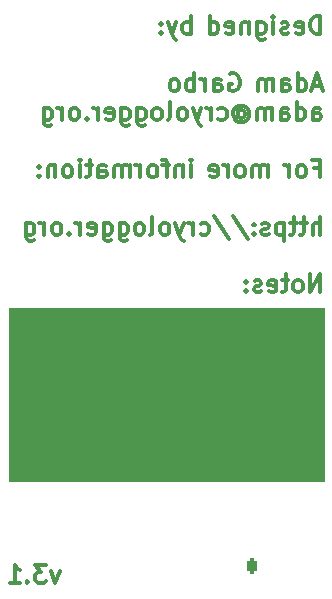
<source format=gbo>
G04 #@! TF.GenerationSoftware,KiCad,Pcbnew,(7.0.0-0)*
G04 #@! TF.CreationDate,2023-03-05T11:15:20-05:00*
G04 #@! TF.ProjectId,Cryologger ITB,4372796f-6c6f-4676-9765-72204954422e,rev?*
G04 #@! TF.SameCoordinates,Original*
G04 #@! TF.FileFunction,Legend,Bot*
G04 #@! TF.FilePolarity,Positive*
%FSLAX46Y46*%
G04 Gerber Fmt 4.6, Leading zero omitted, Abs format (unit mm)*
G04 Created by KiCad (PCBNEW (7.0.0-0)) date 2023-03-05 11:15:20*
%MOMM*%
%LPD*%
G01*
G04 APERTURE LIST*
G04 Aperture macros list*
%AMRoundRect*
0 Rectangle with rounded corners*
0 $1 Rounding radius*
0 $2 $3 $4 $5 $6 $7 $8 $9 X,Y pos of 4 corners*
0 Add a 4 corners polygon primitive as box body*
4,1,4,$2,$3,$4,$5,$6,$7,$8,$9,$2,$3,0*
0 Add four circle primitives for the rounded corners*
1,1,$1+$1,$2,$3*
1,1,$1+$1,$4,$5*
1,1,$1+$1,$6,$7*
1,1,$1+$1,$8,$9*
0 Add four rect primitives between the rounded corners*
20,1,$1+$1,$2,$3,$4,$5,0*
20,1,$1+$1,$4,$5,$6,$7,0*
20,1,$1+$1,$6,$7,$8,$9,0*
20,1,$1+$1,$8,$9,$2,$3,0*%
G04 Aperture macros list end*
%ADD10C,0.100000*%
%ADD11C,0.300000*%
%ADD12C,6.000000*%
%ADD13C,4.999990*%
%ADD14O,3.600000X2.080000*%
%ADD15RoundRect,0.249999X1.550001X-0.790001X1.550001X0.790001X-1.550001X0.790001X-1.550001X-0.790001X0*%
%ADD16C,1.524000*%
%ADD17C,1.778000*%
%ADD18C,3.810000*%
%ADD19C,1.600000*%
%ADD20O,1.600000X1.600000*%
%ADD21RoundRect,0.200000X-0.200000X-0.450000X0.200000X-0.450000X0.200000X0.450000X-0.200000X0.450000X0*%
%ADD22O,0.800000X1.300000*%
%ADD23C,2.540000*%
G04 APERTURE END LIST*
D10*
G36*
X118020000Y-111275000D02*
G01*
X91350000Y-111275000D01*
X91350000Y-96670000D01*
X118020000Y-96670000D01*
X118020000Y-111275000D01*
G37*
X118020000Y-111275000D02*
X91350000Y-111275000D01*
X91350000Y-96670000D01*
X118020000Y-96670000D01*
X118020000Y-111275000D01*
D11*
X95670714Y-118931071D02*
X95313571Y-119931071D01*
X95313571Y-119931071D02*
X94956428Y-118931071D01*
X94527857Y-118431071D02*
X93599285Y-118431071D01*
X93599285Y-118431071D02*
X94099285Y-119002500D01*
X94099285Y-119002500D02*
X93885000Y-119002500D01*
X93885000Y-119002500D02*
X93742143Y-119073928D01*
X93742143Y-119073928D02*
X93670714Y-119145357D01*
X93670714Y-119145357D02*
X93599285Y-119288214D01*
X93599285Y-119288214D02*
X93599285Y-119645357D01*
X93599285Y-119645357D02*
X93670714Y-119788214D01*
X93670714Y-119788214D02*
X93742143Y-119859642D01*
X93742143Y-119859642D02*
X93885000Y-119931071D01*
X93885000Y-119931071D02*
X94313571Y-119931071D01*
X94313571Y-119931071D02*
X94456428Y-119859642D01*
X94456428Y-119859642D02*
X94527857Y-119788214D01*
X92956429Y-119788214D02*
X92885000Y-119859642D01*
X92885000Y-119859642D02*
X92956429Y-119931071D01*
X92956429Y-119931071D02*
X93027857Y-119859642D01*
X93027857Y-119859642D02*
X92956429Y-119788214D01*
X92956429Y-119788214D02*
X92956429Y-119931071D01*
X91456428Y-119931071D02*
X92313571Y-119931071D01*
X91885000Y-119931071D02*
X91885000Y-118431071D01*
X91885000Y-118431071D02*
X92027857Y-118645357D01*
X92027857Y-118645357D02*
X92170714Y-118788214D01*
X92170714Y-118788214D02*
X92313571Y-118859642D01*
X117752857Y-73436071D02*
X117752857Y-71936071D01*
X117752857Y-71936071D02*
X117395714Y-71936071D01*
X117395714Y-71936071D02*
X117181428Y-72007500D01*
X117181428Y-72007500D02*
X117038571Y-72150357D01*
X117038571Y-72150357D02*
X116967142Y-72293214D01*
X116967142Y-72293214D02*
X116895714Y-72578928D01*
X116895714Y-72578928D02*
X116895714Y-72793214D01*
X116895714Y-72793214D02*
X116967142Y-73078928D01*
X116967142Y-73078928D02*
X117038571Y-73221785D01*
X117038571Y-73221785D02*
X117181428Y-73364642D01*
X117181428Y-73364642D02*
X117395714Y-73436071D01*
X117395714Y-73436071D02*
X117752857Y-73436071D01*
X115681428Y-73364642D02*
X115824285Y-73436071D01*
X115824285Y-73436071D02*
X116110000Y-73436071D01*
X116110000Y-73436071D02*
X116252857Y-73364642D01*
X116252857Y-73364642D02*
X116324285Y-73221785D01*
X116324285Y-73221785D02*
X116324285Y-72650357D01*
X116324285Y-72650357D02*
X116252857Y-72507500D01*
X116252857Y-72507500D02*
X116110000Y-72436071D01*
X116110000Y-72436071D02*
X115824285Y-72436071D01*
X115824285Y-72436071D02*
X115681428Y-72507500D01*
X115681428Y-72507500D02*
X115610000Y-72650357D01*
X115610000Y-72650357D02*
X115610000Y-72793214D01*
X115610000Y-72793214D02*
X116324285Y-72936071D01*
X115038571Y-73364642D02*
X114895714Y-73436071D01*
X114895714Y-73436071D02*
X114610000Y-73436071D01*
X114610000Y-73436071D02*
X114467143Y-73364642D01*
X114467143Y-73364642D02*
X114395714Y-73221785D01*
X114395714Y-73221785D02*
X114395714Y-73150357D01*
X114395714Y-73150357D02*
X114467143Y-73007500D01*
X114467143Y-73007500D02*
X114610000Y-72936071D01*
X114610000Y-72936071D02*
X114824286Y-72936071D01*
X114824286Y-72936071D02*
X114967143Y-72864642D01*
X114967143Y-72864642D02*
X115038571Y-72721785D01*
X115038571Y-72721785D02*
X115038571Y-72650357D01*
X115038571Y-72650357D02*
X114967143Y-72507500D01*
X114967143Y-72507500D02*
X114824286Y-72436071D01*
X114824286Y-72436071D02*
X114610000Y-72436071D01*
X114610000Y-72436071D02*
X114467143Y-72507500D01*
X113752857Y-73436071D02*
X113752857Y-72436071D01*
X113752857Y-71936071D02*
X113824285Y-72007500D01*
X113824285Y-72007500D02*
X113752857Y-72078928D01*
X113752857Y-72078928D02*
X113681428Y-72007500D01*
X113681428Y-72007500D02*
X113752857Y-71936071D01*
X113752857Y-71936071D02*
X113752857Y-72078928D01*
X112395714Y-72436071D02*
X112395714Y-73650357D01*
X112395714Y-73650357D02*
X112467142Y-73793214D01*
X112467142Y-73793214D02*
X112538571Y-73864642D01*
X112538571Y-73864642D02*
X112681428Y-73936071D01*
X112681428Y-73936071D02*
X112895714Y-73936071D01*
X112895714Y-73936071D02*
X113038571Y-73864642D01*
X112395714Y-73364642D02*
X112538571Y-73436071D01*
X112538571Y-73436071D02*
X112824285Y-73436071D01*
X112824285Y-73436071D02*
X112967142Y-73364642D01*
X112967142Y-73364642D02*
X113038571Y-73293214D01*
X113038571Y-73293214D02*
X113109999Y-73150357D01*
X113109999Y-73150357D02*
X113109999Y-72721785D01*
X113109999Y-72721785D02*
X113038571Y-72578928D01*
X113038571Y-72578928D02*
X112967142Y-72507500D01*
X112967142Y-72507500D02*
X112824285Y-72436071D01*
X112824285Y-72436071D02*
X112538571Y-72436071D01*
X112538571Y-72436071D02*
X112395714Y-72507500D01*
X111681428Y-72436071D02*
X111681428Y-73436071D01*
X111681428Y-72578928D02*
X111609999Y-72507500D01*
X111609999Y-72507500D02*
X111467142Y-72436071D01*
X111467142Y-72436071D02*
X111252856Y-72436071D01*
X111252856Y-72436071D02*
X111109999Y-72507500D01*
X111109999Y-72507500D02*
X111038571Y-72650357D01*
X111038571Y-72650357D02*
X111038571Y-73436071D01*
X109752856Y-73364642D02*
X109895713Y-73436071D01*
X109895713Y-73436071D02*
X110181428Y-73436071D01*
X110181428Y-73436071D02*
X110324285Y-73364642D01*
X110324285Y-73364642D02*
X110395713Y-73221785D01*
X110395713Y-73221785D02*
X110395713Y-72650357D01*
X110395713Y-72650357D02*
X110324285Y-72507500D01*
X110324285Y-72507500D02*
X110181428Y-72436071D01*
X110181428Y-72436071D02*
X109895713Y-72436071D01*
X109895713Y-72436071D02*
X109752856Y-72507500D01*
X109752856Y-72507500D02*
X109681428Y-72650357D01*
X109681428Y-72650357D02*
X109681428Y-72793214D01*
X109681428Y-72793214D02*
X110395713Y-72936071D01*
X108395714Y-73436071D02*
X108395714Y-71936071D01*
X108395714Y-73364642D02*
X108538571Y-73436071D01*
X108538571Y-73436071D02*
X108824285Y-73436071D01*
X108824285Y-73436071D02*
X108967142Y-73364642D01*
X108967142Y-73364642D02*
X109038571Y-73293214D01*
X109038571Y-73293214D02*
X109109999Y-73150357D01*
X109109999Y-73150357D02*
X109109999Y-72721785D01*
X109109999Y-72721785D02*
X109038571Y-72578928D01*
X109038571Y-72578928D02*
X108967142Y-72507500D01*
X108967142Y-72507500D02*
X108824285Y-72436071D01*
X108824285Y-72436071D02*
X108538571Y-72436071D01*
X108538571Y-72436071D02*
X108395714Y-72507500D01*
X106781428Y-73436071D02*
X106781428Y-71936071D01*
X106781428Y-72507500D02*
X106638571Y-72436071D01*
X106638571Y-72436071D02*
X106352856Y-72436071D01*
X106352856Y-72436071D02*
X106209999Y-72507500D01*
X106209999Y-72507500D02*
X106138571Y-72578928D01*
X106138571Y-72578928D02*
X106067142Y-72721785D01*
X106067142Y-72721785D02*
X106067142Y-73150357D01*
X106067142Y-73150357D02*
X106138571Y-73293214D01*
X106138571Y-73293214D02*
X106209999Y-73364642D01*
X106209999Y-73364642D02*
X106352856Y-73436071D01*
X106352856Y-73436071D02*
X106638571Y-73436071D01*
X106638571Y-73436071D02*
X106781428Y-73364642D01*
X105567142Y-72436071D02*
X105209999Y-73436071D01*
X104852856Y-72436071D02*
X105209999Y-73436071D01*
X105209999Y-73436071D02*
X105352856Y-73793214D01*
X105352856Y-73793214D02*
X105424285Y-73864642D01*
X105424285Y-73864642D02*
X105567142Y-73936071D01*
X104281428Y-73293214D02*
X104209999Y-73364642D01*
X104209999Y-73364642D02*
X104281428Y-73436071D01*
X104281428Y-73436071D02*
X104352856Y-73364642D01*
X104352856Y-73364642D02*
X104281428Y-73293214D01*
X104281428Y-73293214D02*
X104281428Y-73436071D01*
X104281428Y-72507500D02*
X104209999Y-72578928D01*
X104209999Y-72578928D02*
X104281428Y-72650357D01*
X104281428Y-72650357D02*
X104352856Y-72578928D01*
X104352856Y-72578928D02*
X104281428Y-72507500D01*
X104281428Y-72507500D02*
X104281428Y-72650357D01*
X117824285Y-77867500D02*
X117110000Y-77867500D01*
X117967142Y-78296071D02*
X117467142Y-76796071D01*
X117467142Y-76796071D02*
X116967142Y-78296071D01*
X115824286Y-78296071D02*
X115824286Y-76796071D01*
X115824286Y-78224642D02*
X115967143Y-78296071D01*
X115967143Y-78296071D02*
X116252857Y-78296071D01*
X116252857Y-78296071D02*
X116395714Y-78224642D01*
X116395714Y-78224642D02*
X116467143Y-78153214D01*
X116467143Y-78153214D02*
X116538571Y-78010357D01*
X116538571Y-78010357D02*
X116538571Y-77581785D01*
X116538571Y-77581785D02*
X116467143Y-77438928D01*
X116467143Y-77438928D02*
X116395714Y-77367500D01*
X116395714Y-77367500D02*
X116252857Y-77296071D01*
X116252857Y-77296071D02*
X115967143Y-77296071D01*
X115967143Y-77296071D02*
X115824286Y-77367500D01*
X114467143Y-78296071D02*
X114467143Y-77510357D01*
X114467143Y-77510357D02*
X114538571Y-77367500D01*
X114538571Y-77367500D02*
X114681428Y-77296071D01*
X114681428Y-77296071D02*
X114967143Y-77296071D01*
X114967143Y-77296071D02*
X115110000Y-77367500D01*
X114467143Y-78224642D02*
X114610000Y-78296071D01*
X114610000Y-78296071D02*
X114967143Y-78296071D01*
X114967143Y-78296071D02*
X115110000Y-78224642D01*
X115110000Y-78224642D02*
X115181428Y-78081785D01*
X115181428Y-78081785D02*
X115181428Y-77938928D01*
X115181428Y-77938928D02*
X115110000Y-77796071D01*
X115110000Y-77796071D02*
X114967143Y-77724642D01*
X114967143Y-77724642D02*
X114610000Y-77724642D01*
X114610000Y-77724642D02*
X114467143Y-77653214D01*
X113752857Y-78296071D02*
X113752857Y-77296071D01*
X113752857Y-77438928D02*
X113681428Y-77367500D01*
X113681428Y-77367500D02*
X113538571Y-77296071D01*
X113538571Y-77296071D02*
X113324285Y-77296071D01*
X113324285Y-77296071D02*
X113181428Y-77367500D01*
X113181428Y-77367500D02*
X113110000Y-77510357D01*
X113110000Y-77510357D02*
X113110000Y-78296071D01*
X113110000Y-77510357D02*
X113038571Y-77367500D01*
X113038571Y-77367500D02*
X112895714Y-77296071D01*
X112895714Y-77296071D02*
X112681428Y-77296071D01*
X112681428Y-77296071D02*
X112538571Y-77367500D01*
X112538571Y-77367500D02*
X112467142Y-77510357D01*
X112467142Y-77510357D02*
X112467142Y-78296071D01*
X110067142Y-76867500D02*
X110210000Y-76796071D01*
X110210000Y-76796071D02*
X110424285Y-76796071D01*
X110424285Y-76796071D02*
X110638571Y-76867500D01*
X110638571Y-76867500D02*
X110781428Y-77010357D01*
X110781428Y-77010357D02*
X110852857Y-77153214D01*
X110852857Y-77153214D02*
X110924285Y-77438928D01*
X110924285Y-77438928D02*
X110924285Y-77653214D01*
X110924285Y-77653214D02*
X110852857Y-77938928D01*
X110852857Y-77938928D02*
X110781428Y-78081785D01*
X110781428Y-78081785D02*
X110638571Y-78224642D01*
X110638571Y-78224642D02*
X110424285Y-78296071D01*
X110424285Y-78296071D02*
X110281428Y-78296071D01*
X110281428Y-78296071D02*
X110067142Y-78224642D01*
X110067142Y-78224642D02*
X109995714Y-78153214D01*
X109995714Y-78153214D02*
X109995714Y-77653214D01*
X109995714Y-77653214D02*
X110281428Y-77653214D01*
X108710000Y-78296071D02*
X108710000Y-77510357D01*
X108710000Y-77510357D02*
X108781428Y-77367500D01*
X108781428Y-77367500D02*
X108924285Y-77296071D01*
X108924285Y-77296071D02*
X109210000Y-77296071D01*
X109210000Y-77296071D02*
X109352857Y-77367500D01*
X108710000Y-78224642D02*
X108852857Y-78296071D01*
X108852857Y-78296071D02*
X109210000Y-78296071D01*
X109210000Y-78296071D02*
X109352857Y-78224642D01*
X109352857Y-78224642D02*
X109424285Y-78081785D01*
X109424285Y-78081785D02*
X109424285Y-77938928D01*
X109424285Y-77938928D02*
X109352857Y-77796071D01*
X109352857Y-77796071D02*
X109210000Y-77724642D01*
X109210000Y-77724642D02*
X108852857Y-77724642D01*
X108852857Y-77724642D02*
X108710000Y-77653214D01*
X107995714Y-78296071D02*
X107995714Y-77296071D01*
X107995714Y-77581785D02*
X107924285Y-77438928D01*
X107924285Y-77438928D02*
X107852857Y-77367500D01*
X107852857Y-77367500D02*
X107709999Y-77296071D01*
X107709999Y-77296071D02*
X107567142Y-77296071D01*
X107067143Y-78296071D02*
X107067143Y-76796071D01*
X107067143Y-77367500D02*
X106924286Y-77296071D01*
X106924286Y-77296071D02*
X106638571Y-77296071D01*
X106638571Y-77296071D02*
X106495714Y-77367500D01*
X106495714Y-77367500D02*
X106424286Y-77438928D01*
X106424286Y-77438928D02*
X106352857Y-77581785D01*
X106352857Y-77581785D02*
X106352857Y-78010357D01*
X106352857Y-78010357D02*
X106424286Y-78153214D01*
X106424286Y-78153214D02*
X106495714Y-78224642D01*
X106495714Y-78224642D02*
X106638571Y-78296071D01*
X106638571Y-78296071D02*
X106924286Y-78296071D01*
X106924286Y-78296071D02*
X107067143Y-78224642D01*
X105495714Y-78296071D02*
X105638571Y-78224642D01*
X105638571Y-78224642D02*
X105710000Y-78153214D01*
X105710000Y-78153214D02*
X105781428Y-78010357D01*
X105781428Y-78010357D02*
X105781428Y-77581785D01*
X105781428Y-77581785D02*
X105710000Y-77438928D01*
X105710000Y-77438928D02*
X105638571Y-77367500D01*
X105638571Y-77367500D02*
X105495714Y-77296071D01*
X105495714Y-77296071D02*
X105281428Y-77296071D01*
X105281428Y-77296071D02*
X105138571Y-77367500D01*
X105138571Y-77367500D02*
X105067143Y-77438928D01*
X105067143Y-77438928D02*
X104995714Y-77581785D01*
X104995714Y-77581785D02*
X104995714Y-78010357D01*
X104995714Y-78010357D02*
X105067143Y-78153214D01*
X105067143Y-78153214D02*
X105138571Y-78224642D01*
X105138571Y-78224642D02*
X105281428Y-78296071D01*
X105281428Y-78296071D02*
X105495714Y-78296071D01*
X117110000Y-80726071D02*
X117110000Y-79940357D01*
X117110000Y-79940357D02*
X117181428Y-79797500D01*
X117181428Y-79797500D02*
X117324285Y-79726071D01*
X117324285Y-79726071D02*
X117610000Y-79726071D01*
X117610000Y-79726071D02*
X117752857Y-79797500D01*
X117110000Y-80654642D02*
X117252857Y-80726071D01*
X117252857Y-80726071D02*
X117610000Y-80726071D01*
X117610000Y-80726071D02*
X117752857Y-80654642D01*
X117752857Y-80654642D02*
X117824285Y-80511785D01*
X117824285Y-80511785D02*
X117824285Y-80368928D01*
X117824285Y-80368928D02*
X117752857Y-80226071D01*
X117752857Y-80226071D02*
X117610000Y-80154642D01*
X117610000Y-80154642D02*
X117252857Y-80154642D01*
X117252857Y-80154642D02*
X117110000Y-80083214D01*
X115752857Y-80726071D02*
X115752857Y-79226071D01*
X115752857Y-80654642D02*
X115895714Y-80726071D01*
X115895714Y-80726071D02*
X116181428Y-80726071D01*
X116181428Y-80726071D02*
X116324285Y-80654642D01*
X116324285Y-80654642D02*
X116395714Y-80583214D01*
X116395714Y-80583214D02*
X116467142Y-80440357D01*
X116467142Y-80440357D02*
X116467142Y-80011785D01*
X116467142Y-80011785D02*
X116395714Y-79868928D01*
X116395714Y-79868928D02*
X116324285Y-79797500D01*
X116324285Y-79797500D02*
X116181428Y-79726071D01*
X116181428Y-79726071D02*
X115895714Y-79726071D01*
X115895714Y-79726071D02*
X115752857Y-79797500D01*
X114395714Y-80726071D02*
X114395714Y-79940357D01*
X114395714Y-79940357D02*
X114467142Y-79797500D01*
X114467142Y-79797500D02*
X114609999Y-79726071D01*
X114609999Y-79726071D02*
X114895714Y-79726071D01*
X114895714Y-79726071D02*
X115038571Y-79797500D01*
X114395714Y-80654642D02*
X114538571Y-80726071D01*
X114538571Y-80726071D02*
X114895714Y-80726071D01*
X114895714Y-80726071D02*
X115038571Y-80654642D01*
X115038571Y-80654642D02*
X115109999Y-80511785D01*
X115109999Y-80511785D02*
X115109999Y-80368928D01*
X115109999Y-80368928D02*
X115038571Y-80226071D01*
X115038571Y-80226071D02*
X114895714Y-80154642D01*
X114895714Y-80154642D02*
X114538571Y-80154642D01*
X114538571Y-80154642D02*
X114395714Y-80083214D01*
X113681428Y-80726071D02*
X113681428Y-79726071D01*
X113681428Y-79868928D02*
X113609999Y-79797500D01*
X113609999Y-79797500D02*
X113467142Y-79726071D01*
X113467142Y-79726071D02*
X113252856Y-79726071D01*
X113252856Y-79726071D02*
X113109999Y-79797500D01*
X113109999Y-79797500D02*
X113038571Y-79940357D01*
X113038571Y-79940357D02*
X113038571Y-80726071D01*
X113038571Y-79940357D02*
X112967142Y-79797500D01*
X112967142Y-79797500D02*
X112824285Y-79726071D01*
X112824285Y-79726071D02*
X112609999Y-79726071D01*
X112609999Y-79726071D02*
X112467142Y-79797500D01*
X112467142Y-79797500D02*
X112395713Y-79940357D01*
X112395713Y-79940357D02*
X112395713Y-80726071D01*
X110752856Y-80011785D02*
X110824285Y-79940357D01*
X110824285Y-79940357D02*
X110967142Y-79868928D01*
X110967142Y-79868928D02*
X111109999Y-79868928D01*
X111109999Y-79868928D02*
X111252856Y-79940357D01*
X111252856Y-79940357D02*
X111324285Y-80011785D01*
X111324285Y-80011785D02*
X111395713Y-80154642D01*
X111395713Y-80154642D02*
X111395713Y-80297500D01*
X111395713Y-80297500D02*
X111324285Y-80440357D01*
X111324285Y-80440357D02*
X111252856Y-80511785D01*
X111252856Y-80511785D02*
X111109999Y-80583214D01*
X111109999Y-80583214D02*
X110967142Y-80583214D01*
X110967142Y-80583214D02*
X110824285Y-80511785D01*
X110824285Y-80511785D02*
X110752856Y-80440357D01*
X110752856Y-79868928D02*
X110752856Y-80440357D01*
X110752856Y-80440357D02*
X110681428Y-80511785D01*
X110681428Y-80511785D02*
X110609999Y-80511785D01*
X110609999Y-80511785D02*
X110467142Y-80440357D01*
X110467142Y-80440357D02*
X110395713Y-80297500D01*
X110395713Y-80297500D02*
X110395713Y-79940357D01*
X110395713Y-79940357D02*
X110538571Y-79726071D01*
X110538571Y-79726071D02*
X110752856Y-79583214D01*
X110752856Y-79583214D02*
X111038571Y-79511785D01*
X111038571Y-79511785D02*
X111324285Y-79583214D01*
X111324285Y-79583214D02*
X111538571Y-79726071D01*
X111538571Y-79726071D02*
X111681428Y-79940357D01*
X111681428Y-79940357D02*
X111752856Y-80226071D01*
X111752856Y-80226071D02*
X111681428Y-80511785D01*
X111681428Y-80511785D02*
X111538571Y-80726071D01*
X111538571Y-80726071D02*
X111324285Y-80868928D01*
X111324285Y-80868928D02*
X111038571Y-80940357D01*
X111038571Y-80940357D02*
X110752856Y-80868928D01*
X110752856Y-80868928D02*
X110538571Y-80726071D01*
X109110000Y-80654642D02*
X109252857Y-80726071D01*
X109252857Y-80726071D02*
X109538571Y-80726071D01*
X109538571Y-80726071D02*
X109681428Y-80654642D01*
X109681428Y-80654642D02*
X109752857Y-80583214D01*
X109752857Y-80583214D02*
X109824285Y-80440357D01*
X109824285Y-80440357D02*
X109824285Y-80011785D01*
X109824285Y-80011785D02*
X109752857Y-79868928D01*
X109752857Y-79868928D02*
X109681428Y-79797500D01*
X109681428Y-79797500D02*
X109538571Y-79726071D01*
X109538571Y-79726071D02*
X109252857Y-79726071D01*
X109252857Y-79726071D02*
X109110000Y-79797500D01*
X108467143Y-80726071D02*
X108467143Y-79726071D01*
X108467143Y-80011785D02*
X108395714Y-79868928D01*
X108395714Y-79868928D02*
X108324286Y-79797500D01*
X108324286Y-79797500D02*
X108181428Y-79726071D01*
X108181428Y-79726071D02*
X108038571Y-79726071D01*
X107681429Y-79726071D02*
X107324286Y-80726071D01*
X106967143Y-79726071D02*
X107324286Y-80726071D01*
X107324286Y-80726071D02*
X107467143Y-81083214D01*
X107467143Y-81083214D02*
X107538572Y-81154642D01*
X107538572Y-81154642D02*
X107681429Y-81226071D01*
X106181429Y-80726071D02*
X106324286Y-80654642D01*
X106324286Y-80654642D02*
X106395715Y-80583214D01*
X106395715Y-80583214D02*
X106467143Y-80440357D01*
X106467143Y-80440357D02*
X106467143Y-80011785D01*
X106467143Y-80011785D02*
X106395715Y-79868928D01*
X106395715Y-79868928D02*
X106324286Y-79797500D01*
X106324286Y-79797500D02*
X106181429Y-79726071D01*
X106181429Y-79726071D02*
X105967143Y-79726071D01*
X105967143Y-79726071D02*
X105824286Y-79797500D01*
X105824286Y-79797500D02*
X105752858Y-79868928D01*
X105752858Y-79868928D02*
X105681429Y-80011785D01*
X105681429Y-80011785D02*
X105681429Y-80440357D01*
X105681429Y-80440357D02*
X105752858Y-80583214D01*
X105752858Y-80583214D02*
X105824286Y-80654642D01*
X105824286Y-80654642D02*
X105967143Y-80726071D01*
X105967143Y-80726071D02*
X106181429Y-80726071D01*
X104824286Y-80726071D02*
X104967143Y-80654642D01*
X104967143Y-80654642D02*
X105038572Y-80511785D01*
X105038572Y-80511785D02*
X105038572Y-79226071D01*
X104038572Y-80726071D02*
X104181429Y-80654642D01*
X104181429Y-80654642D02*
X104252858Y-80583214D01*
X104252858Y-80583214D02*
X104324286Y-80440357D01*
X104324286Y-80440357D02*
X104324286Y-80011785D01*
X104324286Y-80011785D02*
X104252858Y-79868928D01*
X104252858Y-79868928D02*
X104181429Y-79797500D01*
X104181429Y-79797500D02*
X104038572Y-79726071D01*
X104038572Y-79726071D02*
X103824286Y-79726071D01*
X103824286Y-79726071D02*
X103681429Y-79797500D01*
X103681429Y-79797500D02*
X103610001Y-79868928D01*
X103610001Y-79868928D02*
X103538572Y-80011785D01*
X103538572Y-80011785D02*
X103538572Y-80440357D01*
X103538572Y-80440357D02*
X103610001Y-80583214D01*
X103610001Y-80583214D02*
X103681429Y-80654642D01*
X103681429Y-80654642D02*
X103824286Y-80726071D01*
X103824286Y-80726071D02*
X104038572Y-80726071D01*
X102252858Y-79726071D02*
X102252858Y-80940357D01*
X102252858Y-80940357D02*
X102324286Y-81083214D01*
X102324286Y-81083214D02*
X102395715Y-81154642D01*
X102395715Y-81154642D02*
X102538572Y-81226071D01*
X102538572Y-81226071D02*
X102752858Y-81226071D01*
X102752858Y-81226071D02*
X102895715Y-81154642D01*
X102252858Y-80654642D02*
X102395715Y-80726071D01*
X102395715Y-80726071D02*
X102681429Y-80726071D01*
X102681429Y-80726071D02*
X102824286Y-80654642D01*
X102824286Y-80654642D02*
X102895715Y-80583214D01*
X102895715Y-80583214D02*
X102967143Y-80440357D01*
X102967143Y-80440357D02*
X102967143Y-80011785D01*
X102967143Y-80011785D02*
X102895715Y-79868928D01*
X102895715Y-79868928D02*
X102824286Y-79797500D01*
X102824286Y-79797500D02*
X102681429Y-79726071D01*
X102681429Y-79726071D02*
X102395715Y-79726071D01*
X102395715Y-79726071D02*
X102252858Y-79797500D01*
X100895715Y-79726071D02*
X100895715Y-80940357D01*
X100895715Y-80940357D02*
X100967143Y-81083214D01*
X100967143Y-81083214D02*
X101038572Y-81154642D01*
X101038572Y-81154642D02*
X101181429Y-81226071D01*
X101181429Y-81226071D02*
X101395715Y-81226071D01*
X101395715Y-81226071D02*
X101538572Y-81154642D01*
X100895715Y-80654642D02*
X101038572Y-80726071D01*
X101038572Y-80726071D02*
X101324286Y-80726071D01*
X101324286Y-80726071D02*
X101467143Y-80654642D01*
X101467143Y-80654642D02*
X101538572Y-80583214D01*
X101538572Y-80583214D02*
X101610000Y-80440357D01*
X101610000Y-80440357D02*
X101610000Y-80011785D01*
X101610000Y-80011785D02*
X101538572Y-79868928D01*
X101538572Y-79868928D02*
X101467143Y-79797500D01*
X101467143Y-79797500D02*
X101324286Y-79726071D01*
X101324286Y-79726071D02*
X101038572Y-79726071D01*
X101038572Y-79726071D02*
X100895715Y-79797500D01*
X99610000Y-80654642D02*
X99752857Y-80726071D01*
X99752857Y-80726071D02*
X100038572Y-80726071D01*
X100038572Y-80726071D02*
X100181429Y-80654642D01*
X100181429Y-80654642D02*
X100252857Y-80511785D01*
X100252857Y-80511785D02*
X100252857Y-79940357D01*
X100252857Y-79940357D02*
X100181429Y-79797500D01*
X100181429Y-79797500D02*
X100038572Y-79726071D01*
X100038572Y-79726071D02*
X99752857Y-79726071D01*
X99752857Y-79726071D02*
X99610000Y-79797500D01*
X99610000Y-79797500D02*
X99538572Y-79940357D01*
X99538572Y-79940357D02*
X99538572Y-80083214D01*
X99538572Y-80083214D02*
X100252857Y-80226071D01*
X98895715Y-80726071D02*
X98895715Y-79726071D01*
X98895715Y-80011785D02*
X98824286Y-79868928D01*
X98824286Y-79868928D02*
X98752858Y-79797500D01*
X98752858Y-79797500D02*
X98610000Y-79726071D01*
X98610000Y-79726071D02*
X98467143Y-79726071D01*
X97967144Y-80583214D02*
X97895715Y-80654642D01*
X97895715Y-80654642D02*
X97967144Y-80726071D01*
X97967144Y-80726071D02*
X98038572Y-80654642D01*
X98038572Y-80654642D02*
X97967144Y-80583214D01*
X97967144Y-80583214D02*
X97967144Y-80726071D01*
X97038572Y-80726071D02*
X97181429Y-80654642D01*
X97181429Y-80654642D02*
X97252858Y-80583214D01*
X97252858Y-80583214D02*
X97324286Y-80440357D01*
X97324286Y-80440357D02*
X97324286Y-80011785D01*
X97324286Y-80011785D02*
X97252858Y-79868928D01*
X97252858Y-79868928D02*
X97181429Y-79797500D01*
X97181429Y-79797500D02*
X97038572Y-79726071D01*
X97038572Y-79726071D02*
X96824286Y-79726071D01*
X96824286Y-79726071D02*
X96681429Y-79797500D01*
X96681429Y-79797500D02*
X96610001Y-79868928D01*
X96610001Y-79868928D02*
X96538572Y-80011785D01*
X96538572Y-80011785D02*
X96538572Y-80440357D01*
X96538572Y-80440357D02*
X96610001Y-80583214D01*
X96610001Y-80583214D02*
X96681429Y-80654642D01*
X96681429Y-80654642D02*
X96824286Y-80726071D01*
X96824286Y-80726071D02*
X97038572Y-80726071D01*
X95895715Y-80726071D02*
X95895715Y-79726071D01*
X95895715Y-80011785D02*
X95824286Y-79868928D01*
X95824286Y-79868928D02*
X95752858Y-79797500D01*
X95752858Y-79797500D02*
X95610000Y-79726071D01*
X95610000Y-79726071D02*
X95467143Y-79726071D01*
X94324287Y-79726071D02*
X94324287Y-80940357D01*
X94324287Y-80940357D02*
X94395715Y-81083214D01*
X94395715Y-81083214D02*
X94467144Y-81154642D01*
X94467144Y-81154642D02*
X94610001Y-81226071D01*
X94610001Y-81226071D02*
X94824287Y-81226071D01*
X94824287Y-81226071D02*
X94967144Y-81154642D01*
X94324287Y-80654642D02*
X94467144Y-80726071D01*
X94467144Y-80726071D02*
X94752858Y-80726071D01*
X94752858Y-80726071D02*
X94895715Y-80654642D01*
X94895715Y-80654642D02*
X94967144Y-80583214D01*
X94967144Y-80583214D02*
X95038572Y-80440357D01*
X95038572Y-80440357D02*
X95038572Y-80011785D01*
X95038572Y-80011785D02*
X94967144Y-79868928D01*
X94967144Y-79868928D02*
X94895715Y-79797500D01*
X94895715Y-79797500D02*
X94752858Y-79726071D01*
X94752858Y-79726071D02*
X94467144Y-79726071D01*
X94467144Y-79726071D02*
X94324287Y-79797500D01*
X117252857Y-84800357D02*
X117752857Y-84800357D01*
X117752857Y-85586071D02*
X117752857Y-84086071D01*
X117752857Y-84086071D02*
X117038571Y-84086071D01*
X116252857Y-85586071D02*
X116395714Y-85514642D01*
X116395714Y-85514642D02*
X116467143Y-85443214D01*
X116467143Y-85443214D02*
X116538571Y-85300357D01*
X116538571Y-85300357D02*
X116538571Y-84871785D01*
X116538571Y-84871785D02*
X116467143Y-84728928D01*
X116467143Y-84728928D02*
X116395714Y-84657500D01*
X116395714Y-84657500D02*
X116252857Y-84586071D01*
X116252857Y-84586071D02*
X116038571Y-84586071D01*
X116038571Y-84586071D02*
X115895714Y-84657500D01*
X115895714Y-84657500D02*
X115824286Y-84728928D01*
X115824286Y-84728928D02*
X115752857Y-84871785D01*
X115752857Y-84871785D02*
X115752857Y-85300357D01*
X115752857Y-85300357D02*
X115824286Y-85443214D01*
X115824286Y-85443214D02*
X115895714Y-85514642D01*
X115895714Y-85514642D02*
X116038571Y-85586071D01*
X116038571Y-85586071D02*
X116252857Y-85586071D01*
X115110000Y-85586071D02*
X115110000Y-84586071D01*
X115110000Y-84871785D02*
X115038571Y-84728928D01*
X115038571Y-84728928D02*
X114967143Y-84657500D01*
X114967143Y-84657500D02*
X114824285Y-84586071D01*
X114824285Y-84586071D02*
X114681428Y-84586071D01*
X113281429Y-85586071D02*
X113281429Y-84586071D01*
X113281429Y-84728928D02*
X113210000Y-84657500D01*
X113210000Y-84657500D02*
X113067143Y-84586071D01*
X113067143Y-84586071D02*
X112852857Y-84586071D01*
X112852857Y-84586071D02*
X112710000Y-84657500D01*
X112710000Y-84657500D02*
X112638572Y-84800357D01*
X112638572Y-84800357D02*
X112638572Y-85586071D01*
X112638572Y-84800357D02*
X112567143Y-84657500D01*
X112567143Y-84657500D02*
X112424286Y-84586071D01*
X112424286Y-84586071D02*
X112210000Y-84586071D01*
X112210000Y-84586071D02*
X112067143Y-84657500D01*
X112067143Y-84657500D02*
X111995714Y-84800357D01*
X111995714Y-84800357D02*
X111995714Y-85586071D01*
X111067143Y-85586071D02*
X111210000Y-85514642D01*
X111210000Y-85514642D02*
X111281429Y-85443214D01*
X111281429Y-85443214D02*
X111352857Y-85300357D01*
X111352857Y-85300357D02*
X111352857Y-84871785D01*
X111352857Y-84871785D02*
X111281429Y-84728928D01*
X111281429Y-84728928D02*
X111210000Y-84657500D01*
X111210000Y-84657500D02*
X111067143Y-84586071D01*
X111067143Y-84586071D02*
X110852857Y-84586071D01*
X110852857Y-84586071D02*
X110710000Y-84657500D01*
X110710000Y-84657500D02*
X110638572Y-84728928D01*
X110638572Y-84728928D02*
X110567143Y-84871785D01*
X110567143Y-84871785D02*
X110567143Y-85300357D01*
X110567143Y-85300357D02*
X110638572Y-85443214D01*
X110638572Y-85443214D02*
X110710000Y-85514642D01*
X110710000Y-85514642D02*
X110852857Y-85586071D01*
X110852857Y-85586071D02*
X111067143Y-85586071D01*
X109924286Y-85586071D02*
X109924286Y-84586071D01*
X109924286Y-84871785D02*
X109852857Y-84728928D01*
X109852857Y-84728928D02*
X109781429Y-84657500D01*
X109781429Y-84657500D02*
X109638571Y-84586071D01*
X109638571Y-84586071D02*
X109495714Y-84586071D01*
X108424286Y-85514642D02*
X108567143Y-85586071D01*
X108567143Y-85586071D02*
X108852858Y-85586071D01*
X108852858Y-85586071D02*
X108995715Y-85514642D01*
X108995715Y-85514642D02*
X109067143Y-85371785D01*
X109067143Y-85371785D02*
X109067143Y-84800357D01*
X109067143Y-84800357D02*
X108995715Y-84657500D01*
X108995715Y-84657500D02*
X108852858Y-84586071D01*
X108852858Y-84586071D02*
X108567143Y-84586071D01*
X108567143Y-84586071D02*
X108424286Y-84657500D01*
X108424286Y-84657500D02*
X108352858Y-84800357D01*
X108352858Y-84800357D02*
X108352858Y-84943214D01*
X108352858Y-84943214D02*
X109067143Y-85086071D01*
X106810001Y-85586071D02*
X106810001Y-84586071D01*
X106810001Y-84086071D02*
X106881429Y-84157500D01*
X106881429Y-84157500D02*
X106810001Y-84228928D01*
X106810001Y-84228928D02*
X106738572Y-84157500D01*
X106738572Y-84157500D02*
X106810001Y-84086071D01*
X106810001Y-84086071D02*
X106810001Y-84228928D01*
X106095715Y-84586071D02*
X106095715Y-85586071D01*
X106095715Y-84728928D02*
X106024286Y-84657500D01*
X106024286Y-84657500D02*
X105881429Y-84586071D01*
X105881429Y-84586071D02*
X105667143Y-84586071D01*
X105667143Y-84586071D02*
X105524286Y-84657500D01*
X105524286Y-84657500D02*
X105452858Y-84800357D01*
X105452858Y-84800357D02*
X105452858Y-85586071D01*
X104952857Y-84586071D02*
X104381429Y-84586071D01*
X104738572Y-85586071D02*
X104738572Y-84300357D01*
X104738572Y-84300357D02*
X104667143Y-84157500D01*
X104667143Y-84157500D02*
X104524286Y-84086071D01*
X104524286Y-84086071D02*
X104381429Y-84086071D01*
X103667143Y-85586071D02*
X103810000Y-85514642D01*
X103810000Y-85514642D02*
X103881429Y-85443214D01*
X103881429Y-85443214D02*
X103952857Y-85300357D01*
X103952857Y-85300357D02*
X103952857Y-84871785D01*
X103952857Y-84871785D02*
X103881429Y-84728928D01*
X103881429Y-84728928D02*
X103810000Y-84657500D01*
X103810000Y-84657500D02*
X103667143Y-84586071D01*
X103667143Y-84586071D02*
X103452857Y-84586071D01*
X103452857Y-84586071D02*
X103310000Y-84657500D01*
X103310000Y-84657500D02*
X103238572Y-84728928D01*
X103238572Y-84728928D02*
X103167143Y-84871785D01*
X103167143Y-84871785D02*
X103167143Y-85300357D01*
X103167143Y-85300357D02*
X103238572Y-85443214D01*
X103238572Y-85443214D02*
X103310000Y-85514642D01*
X103310000Y-85514642D02*
X103452857Y-85586071D01*
X103452857Y-85586071D02*
X103667143Y-85586071D01*
X102524286Y-85586071D02*
X102524286Y-84586071D01*
X102524286Y-84871785D02*
X102452857Y-84728928D01*
X102452857Y-84728928D02*
X102381429Y-84657500D01*
X102381429Y-84657500D02*
X102238571Y-84586071D01*
X102238571Y-84586071D02*
X102095714Y-84586071D01*
X101595715Y-85586071D02*
X101595715Y-84586071D01*
X101595715Y-84728928D02*
X101524286Y-84657500D01*
X101524286Y-84657500D02*
X101381429Y-84586071D01*
X101381429Y-84586071D02*
X101167143Y-84586071D01*
X101167143Y-84586071D02*
X101024286Y-84657500D01*
X101024286Y-84657500D02*
X100952858Y-84800357D01*
X100952858Y-84800357D02*
X100952858Y-85586071D01*
X100952858Y-84800357D02*
X100881429Y-84657500D01*
X100881429Y-84657500D02*
X100738572Y-84586071D01*
X100738572Y-84586071D02*
X100524286Y-84586071D01*
X100524286Y-84586071D02*
X100381429Y-84657500D01*
X100381429Y-84657500D02*
X100310000Y-84800357D01*
X100310000Y-84800357D02*
X100310000Y-85586071D01*
X98952858Y-85586071D02*
X98952858Y-84800357D01*
X98952858Y-84800357D02*
X99024286Y-84657500D01*
X99024286Y-84657500D02*
X99167143Y-84586071D01*
X99167143Y-84586071D02*
X99452858Y-84586071D01*
X99452858Y-84586071D02*
X99595715Y-84657500D01*
X98952858Y-85514642D02*
X99095715Y-85586071D01*
X99095715Y-85586071D02*
X99452858Y-85586071D01*
X99452858Y-85586071D02*
X99595715Y-85514642D01*
X99595715Y-85514642D02*
X99667143Y-85371785D01*
X99667143Y-85371785D02*
X99667143Y-85228928D01*
X99667143Y-85228928D02*
X99595715Y-85086071D01*
X99595715Y-85086071D02*
X99452858Y-85014642D01*
X99452858Y-85014642D02*
X99095715Y-85014642D01*
X99095715Y-85014642D02*
X98952858Y-84943214D01*
X98452857Y-84586071D02*
X97881429Y-84586071D01*
X98238572Y-84086071D02*
X98238572Y-85371785D01*
X98238572Y-85371785D02*
X98167143Y-85514642D01*
X98167143Y-85514642D02*
X98024286Y-85586071D01*
X98024286Y-85586071D02*
X97881429Y-85586071D01*
X97381429Y-85586071D02*
X97381429Y-84586071D01*
X97381429Y-84086071D02*
X97452857Y-84157500D01*
X97452857Y-84157500D02*
X97381429Y-84228928D01*
X97381429Y-84228928D02*
X97310000Y-84157500D01*
X97310000Y-84157500D02*
X97381429Y-84086071D01*
X97381429Y-84086071D02*
X97381429Y-84228928D01*
X96452857Y-85586071D02*
X96595714Y-85514642D01*
X96595714Y-85514642D02*
X96667143Y-85443214D01*
X96667143Y-85443214D02*
X96738571Y-85300357D01*
X96738571Y-85300357D02*
X96738571Y-84871785D01*
X96738571Y-84871785D02*
X96667143Y-84728928D01*
X96667143Y-84728928D02*
X96595714Y-84657500D01*
X96595714Y-84657500D02*
X96452857Y-84586071D01*
X96452857Y-84586071D02*
X96238571Y-84586071D01*
X96238571Y-84586071D02*
X96095714Y-84657500D01*
X96095714Y-84657500D02*
X96024286Y-84728928D01*
X96024286Y-84728928D02*
X95952857Y-84871785D01*
X95952857Y-84871785D02*
X95952857Y-85300357D01*
X95952857Y-85300357D02*
X96024286Y-85443214D01*
X96024286Y-85443214D02*
X96095714Y-85514642D01*
X96095714Y-85514642D02*
X96238571Y-85586071D01*
X96238571Y-85586071D02*
X96452857Y-85586071D01*
X95310000Y-84586071D02*
X95310000Y-85586071D01*
X95310000Y-84728928D02*
X95238571Y-84657500D01*
X95238571Y-84657500D02*
X95095714Y-84586071D01*
X95095714Y-84586071D02*
X94881428Y-84586071D01*
X94881428Y-84586071D02*
X94738571Y-84657500D01*
X94738571Y-84657500D02*
X94667143Y-84800357D01*
X94667143Y-84800357D02*
X94667143Y-85586071D01*
X93952857Y-85443214D02*
X93881428Y-85514642D01*
X93881428Y-85514642D02*
X93952857Y-85586071D01*
X93952857Y-85586071D02*
X94024285Y-85514642D01*
X94024285Y-85514642D02*
X93952857Y-85443214D01*
X93952857Y-85443214D02*
X93952857Y-85586071D01*
X93952857Y-84657500D02*
X93881428Y-84728928D01*
X93881428Y-84728928D02*
X93952857Y-84800357D01*
X93952857Y-84800357D02*
X94024285Y-84728928D01*
X94024285Y-84728928D02*
X93952857Y-84657500D01*
X93952857Y-84657500D02*
X93952857Y-84800357D01*
X117752857Y-90446071D02*
X117752857Y-88946071D01*
X117110000Y-90446071D02*
X117110000Y-89660357D01*
X117110000Y-89660357D02*
X117181428Y-89517500D01*
X117181428Y-89517500D02*
X117324285Y-89446071D01*
X117324285Y-89446071D02*
X117538571Y-89446071D01*
X117538571Y-89446071D02*
X117681428Y-89517500D01*
X117681428Y-89517500D02*
X117752857Y-89588928D01*
X116609999Y-89446071D02*
X116038571Y-89446071D01*
X116395714Y-88946071D02*
X116395714Y-90231785D01*
X116395714Y-90231785D02*
X116324285Y-90374642D01*
X116324285Y-90374642D02*
X116181428Y-90446071D01*
X116181428Y-90446071D02*
X116038571Y-90446071D01*
X115752856Y-89446071D02*
X115181428Y-89446071D01*
X115538571Y-88946071D02*
X115538571Y-90231785D01*
X115538571Y-90231785D02*
X115467142Y-90374642D01*
X115467142Y-90374642D02*
X115324285Y-90446071D01*
X115324285Y-90446071D02*
X115181428Y-90446071D01*
X114681428Y-89446071D02*
X114681428Y-90946071D01*
X114681428Y-89517500D02*
X114538571Y-89446071D01*
X114538571Y-89446071D02*
X114252856Y-89446071D01*
X114252856Y-89446071D02*
X114109999Y-89517500D01*
X114109999Y-89517500D02*
X114038571Y-89588928D01*
X114038571Y-89588928D02*
X113967142Y-89731785D01*
X113967142Y-89731785D02*
X113967142Y-90160357D01*
X113967142Y-90160357D02*
X114038571Y-90303214D01*
X114038571Y-90303214D02*
X114109999Y-90374642D01*
X114109999Y-90374642D02*
X114252856Y-90446071D01*
X114252856Y-90446071D02*
X114538571Y-90446071D01*
X114538571Y-90446071D02*
X114681428Y-90374642D01*
X113395713Y-90374642D02*
X113252856Y-90446071D01*
X113252856Y-90446071D02*
X112967142Y-90446071D01*
X112967142Y-90446071D02*
X112824285Y-90374642D01*
X112824285Y-90374642D02*
X112752856Y-90231785D01*
X112752856Y-90231785D02*
X112752856Y-90160357D01*
X112752856Y-90160357D02*
X112824285Y-90017500D01*
X112824285Y-90017500D02*
X112967142Y-89946071D01*
X112967142Y-89946071D02*
X113181428Y-89946071D01*
X113181428Y-89946071D02*
X113324285Y-89874642D01*
X113324285Y-89874642D02*
X113395713Y-89731785D01*
X113395713Y-89731785D02*
X113395713Y-89660357D01*
X113395713Y-89660357D02*
X113324285Y-89517500D01*
X113324285Y-89517500D02*
X113181428Y-89446071D01*
X113181428Y-89446071D02*
X112967142Y-89446071D01*
X112967142Y-89446071D02*
X112824285Y-89517500D01*
X112109999Y-90303214D02*
X112038570Y-90374642D01*
X112038570Y-90374642D02*
X112109999Y-90446071D01*
X112109999Y-90446071D02*
X112181427Y-90374642D01*
X112181427Y-90374642D02*
X112109999Y-90303214D01*
X112109999Y-90303214D02*
X112109999Y-90446071D01*
X112109999Y-89517500D02*
X112038570Y-89588928D01*
X112038570Y-89588928D02*
X112109999Y-89660357D01*
X112109999Y-89660357D02*
X112181427Y-89588928D01*
X112181427Y-89588928D02*
X112109999Y-89517500D01*
X112109999Y-89517500D02*
X112109999Y-89660357D01*
X110324284Y-88874642D02*
X111609998Y-90803214D01*
X108752855Y-88874642D02*
X110038569Y-90803214D01*
X107609998Y-90374642D02*
X107752855Y-90446071D01*
X107752855Y-90446071D02*
X108038569Y-90446071D01*
X108038569Y-90446071D02*
X108181426Y-90374642D01*
X108181426Y-90374642D02*
X108252855Y-90303214D01*
X108252855Y-90303214D02*
X108324283Y-90160357D01*
X108324283Y-90160357D02*
X108324283Y-89731785D01*
X108324283Y-89731785D02*
X108252855Y-89588928D01*
X108252855Y-89588928D02*
X108181426Y-89517500D01*
X108181426Y-89517500D02*
X108038569Y-89446071D01*
X108038569Y-89446071D02*
X107752855Y-89446071D01*
X107752855Y-89446071D02*
X107609998Y-89517500D01*
X106967141Y-90446071D02*
X106967141Y-89446071D01*
X106967141Y-89731785D02*
X106895712Y-89588928D01*
X106895712Y-89588928D02*
X106824284Y-89517500D01*
X106824284Y-89517500D02*
X106681426Y-89446071D01*
X106681426Y-89446071D02*
X106538569Y-89446071D01*
X106181427Y-89446071D02*
X105824284Y-90446071D01*
X105467141Y-89446071D02*
X105824284Y-90446071D01*
X105824284Y-90446071D02*
X105967141Y-90803214D01*
X105967141Y-90803214D02*
X106038570Y-90874642D01*
X106038570Y-90874642D02*
X106181427Y-90946071D01*
X104681427Y-90446071D02*
X104824284Y-90374642D01*
X104824284Y-90374642D02*
X104895713Y-90303214D01*
X104895713Y-90303214D02*
X104967141Y-90160357D01*
X104967141Y-90160357D02*
X104967141Y-89731785D01*
X104967141Y-89731785D02*
X104895713Y-89588928D01*
X104895713Y-89588928D02*
X104824284Y-89517500D01*
X104824284Y-89517500D02*
X104681427Y-89446071D01*
X104681427Y-89446071D02*
X104467141Y-89446071D01*
X104467141Y-89446071D02*
X104324284Y-89517500D01*
X104324284Y-89517500D02*
X104252856Y-89588928D01*
X104252856Y-89588928D02*
X104181427Y-89731785D01*
X104181427Y-89731785D02*
X104181427Y-90160357D01*
X104181427Y-90160357D02*
X104252856Y-90303214D01*
X104252856Y-90303214D02*
X104324284Y-90374642D01*
X104324284Y-90374642D02*
X104467141Y-90446071D01*
X104467141Y-90446071D02*
X104681427Y-90446071D01*
X103324284Y-90446071D02*
X103467141Y-90374642D01*
X103467141Y-90374642D02*
X103538570Y-90231785D01*
X103538570Y-90231785D02*
X103538570Y-88946071D01*
X102538570Y-90446071D02*
X102681427Y-90374642D01*
X102681427Y-90374642D02*
X102752856Y-90303214D01*
X102752856Y-90303214D02*
X102824284Y-90160357D01*
X102824284Y-90160357D02*
X102824284Y-89731785D01*
X102824284Y-89731785D02*
X102752856Y-89588928D01*
X102752856Y-89588928D02*
X102681427Y-89517500D01*
X102681427Y-89517500D02*
X102538570Y-89446071D01*
X102538570Y-89446071D02*
X102324284Y-89446071D01*
X102324284Y-89446071D02*
X102181427Y-89517500D01*
X102181427Y-89517500D02*
X102109999Y-89588928D01*
X102109999Y-89588928D02*
X102038570Y-89731785D01*
X102038570Y-89731785D02*
X102038570Y-90160357D01*
X102038570Y-90160357D02*
X102109999Y-90303214D01*
X102109999Y-90303214D02*
X102181427Y-90374642D01*
X102181427Y-90374642D02*
X102324284Y-90446071D01*
X102324284Y-90446071D02*
X102538570Y-90446071D01*
X100752856Y-89446071D02*
X100752856Y-90660357D01*
X100752856Y-90660357D02*
X100824284Y-90803214D01*
X100824284Y-90803214D02*
X100895713Y-90874642D01*
X100895713Y-90874642D02*
X101038570Y-90946071D01*
X101038570Y-90946071D02*
X101252856Y-90946071D01*
X101252856Y-90946071D02*
X101395713Y-90874642D01*
X100752856Y-90374642D02*
X100895713Y-90446071D01*
X100895713Y-90446071D02*
X101181427Y-90446071D01*
X101181427Y-90446071D02*
X101324284Y-90374642D01*
X101324284Y-90374642D02*
X101395713Y-90303214D01*
X101395713Y-90303214D02*
X101467141Y-90160357D01*
X101467141Y-90160357D02*
X101467141Y-89731785D01*
X101467141Y-89731785D02*
X101395713Y-89588928D01*
X101395713Y-89588928D02*
X101324284Y-89517500D01*
X101324284Y-89517500D02*
X101181427Y-89446071D01*
X101181427Y-89446071D02*
X100895713Y-89446071D01*
X100895713Y-89446071D02*
X100752856Y-89517500D01*
X99395713Y-89446071D02*
X99395713Y-90660357D01*
X99395713Y-90660357D02*
X99467141Y-90803214D01*
X99467141Y-90803214D02*
X99538570Y-90874642D01*
X99538570Y-90874642D02*
X99681427Y-90946071D01*
X99681427Y-90946071D02*
X99895713Y-90946071D01*
X99895713Y-90946071D02*
X100038570Y-90874642D01*
X99395713Y-90374642D02*
X99538570Y-90446071D01*
X99538570Y-90446071D02*
X99824284Y-90446071D01*
X99824284Y-90446071D02*
X99967141Y-90374642D01*
X99967141Y-90374642D02*
X100038570Y-90303214D01*
X100038570Y-90303214D02*
X100109998Y-90160357D01*
X100109998Y-90160357D02*
X100109998Y-89731785D01*
X100109998Y-89731785D02*
X100038570Y-89588928D01*
X100038570Y-89588928D02*
X99967141Y-89517500D01*
X99967141Y-89517500D02*
X99824284Y-89446071D01*
X99824284Y-89446071D02*
X99538570Y-89446071D01*
X99538570Y-89446071D02*
X99395713Y-89517500D01*
X98109998Y-90374642D02*
X98252855Y-90446071D01*
X98252855Y-90446071D02*
X98538570Y-90446071D01*
X98538570Y-90446071D02*
X98681427Y-90374642D01*
X98681427Y-90374642D02*
X98752855Y-90231785D01*
X98752855Y-90231785D02*
X98752855Y-89660357D01*
X98752855Y-89660357D02*
X98681427Y-89517500D01*
X98681427Y-89517500D02*
X98538570Y-89446071D01*
X98538570Y-89446071D02*
X98252855Y-89446071D01*
X98252855Y-89446071D02*
X98109998Y-89517500D01*
X98109998Y-89517500D02*
X98038570Y-89660357D01*
X98038570Y-89660357D02*
X98038570Y-89803214D01*
X98038570Y-89803214D02*
X98752855Y-89946071D01*
X97395713Y-90446071D02*
X97395713Y-89446071D01*
X97395713Y-89731785D02*
X97324284Y-89588928D01*
X97324284Y-89588928D02*
X97252856Y-89517500D01*
X97252856Y-89517500D02*
X97109998Y-89446071D01*
X97109998Y-89446071D02*
X96967141Y-89446071D01*
X96467142Y-90303214D02*
X96395713Y-90374642D01*
X96395713Y-90374642D02*
X96467142Y-90446071D01*
X96467142Y-90446071D02*
X96538570Y-90374642D01*
X96538570Y-90374642D02*
X96467142Y-90303214D01*
X96467142Y-90303214D02*
X96467142Y-90446071D01*
X95538570Y-90446071D02*
X95681427Y-90374642D01*
X95681427Y-90374642D02*
X95752856Y-90303214D01*
X95752856Y-90303214D02*
X95824284Y-90160357D01*
X95824284Y-90160357D02*
X95824284Y-89731785D01*
X95824284Y-89731785D02*
X95752856Y-89588928D01*
X95752856Y-89588928D02*
X95681427Y-89517500D01*
X95681427Y-89517500D02*
X95538570Y-89446071D01*
X95538570Y-89446071D02*
X95324284Y-89446071D01*
X95324284Y-89446071D02*
X95181427Y-89517500D01*
X95181427Y-89517500D02*
X95109999Y-89588928D01*
X95109999Y-89588928D02*
X95038570Y-89731785D01*
X95038570Y-89731785D02*
X95038570Y-90160357D01*
X95038570Y-90160357D02*
X95109999Y-90303214D01*
X95109999Y-90303214D02*
X95181427Y-90374642D01*
X95181427Y-90374642D02*
X95324284Y-90446071D01*
X95324284Y-90446071D02*
X95538570Y-90446071D01*
X94395713Y-90446071D02*
X94395713Y-89446071D01*
X94395713Y-89731785D02*
X94324284Y-89588928D01*
X94324284Y-89588928D02*
X94252856Y-89517500D01*
X94252856Y-89517500D02*
X94109998Y-89446071D01*
X94109998Y-89446071D02*
X93967141Y-89446071D01*
X92824285Y-89446071D02*
X92824285Y-90660357D01*
X92824285Y-90660357D02*
X92895713Y-90803214D01*
X92895713Y-90803214D02*
X92967142Y-90874642D01*
X92967142Y-90874642D02*
X93109999Y-90946071D01*
X93109999Y-90946071D02*
X93324285Y-90946071D01*
X93324285Y-90946071D02*
X93467142Y-90874642D01*
X92824285Y-90374642D02*
X92967142Y-90446071D01*
X92967142Y-90446071D02*
X93252856Y-90446071D01*
X93252856Y-90446071D02*
X93395713Y-90374642D01*
X93395713Y-90374642D02*
X93467142Y-90303214D01*
X93467142Y-90303214D02*
X93538570Y-90160357D01*
X93538570Y-90160357D02*
X93538570Y-89731785D01*
X93538570Y-89731785D02*
X93467142Y-89588928D01*
X93467142Y-89588928D02*
X93395713Y-89517500D01*
X93395713Y-89517500D02*
X93252856Y-89446071D01*
X93252856Y-89446071D02*
X92967142Y-89446071D01*
X92967142Y-89446071D02*
X92824285Y-89517500D01*
X117752857Y-95306071D02*
X117752857Y-93806071D01*
X117752857Y-93806071D02*
X116895714Y-95306071D01*
X116895714Y-95306071D02*
X116895714Y-93806071D01*
X115967142Y-95306071D02*
X116109999Y-95234642D01*
X116109999Y-95234642D02*
X116181428Y-95163214D01*
X116181428Y-95163214D02*
X116252856Y-95020357D01*
X116252856Y-95020357D02*
X116252856Y-94591785D01*
X116252856Y-94591785D02*
X116181428Y-94448928D01*
X116181428Y-94448928D02*
X116109999Y-94377500D01*
X116109999Y-94377500D02*
X115967142Y-94306071D01*
X115967142Y-94306071D02*
X115752856Y-94306071D01*
X115752856Y-94306071D02*
X115609999Y-94377500D01*
X115609999Y-94377500D02*
X115538571Y-94448928D01*
X115538571Y-94448928D02*
X115467142Y-94591785D01*
X115467142Y-94591785D02*
X115467142Y-95020357D01*
X115467142Y-95020357D02*
X115538571Y-95163214D01*
X115538571Y-95163214D02*
X115609999Y-95234642D01*
X115609999Y-95234642D02*
X115752856Y-95306071D01*
X115752856Y-95306071D02*
X115967142Y-95306071D01*
X115038570Y-94306071D02*
X114467142Y-94306071D01*
X114824285Y-93806071D02*
X114824285Y-95091785D01*
X114824285Y-95091785D02*
X114752856Y-95234642D01*
X114752856Y-95234642D02*
X114609999Y-95306071D01*
X114609999Y-95306071D02*
X114467142Y-95306071D01*
X113395713Y-95234642D02*
X113538570Y-95306071D01*
X113538570Y-95306071D02*
X113824285Y-95306071D01*
X113824285Y-95306071D02*
X113967142Y-95234642D01*
X113967142Y-95234642D02*
X114038570Y-95091785D01*
X114038570Y-95091785D02*
X114038570Y-94520357D01*
X114038570Y-94520357D02*
X113967142Y-94377500D01*
X113967142Y-94377500D02*
X113824285Y-94306071D01*
X113824285Y-94306071D02*
X113538570Y-94306071D01*
X113538570Y-94306071D02*
X113395713Y-94377500D01*
X113395713Y-94377500D02*
X113324285Y-94520357D01*
X113324285Y-94520357D02*
X113324285Y-94663214D01*
X113324285Y-94663214D02*
X114038570Y-94806071D01*
X112752856Y-95234642D02*
X112609999Y-95306071D01*
X112609999Y-95306071D02*
X112324285Y-95306071D01*
X112324285Y-95306071D02*
X112181428Y-95234642D01*
X112181428Y-95234642D02*
X112109999Y-95091785D01*
X112109999Y-95091785D02*
X112109999Y-95020357D01*
X112109999Y-95020357D02*
X112181428Y-94877500D01*
X112181428Y-94877500D02*
X112324285Y-94806071D01*
X112324285Y-94806071D02*
X112538571Y-94806071D01*
X112538571Y-94806071D02*
X112681428Y-94734642D01*
X112681428Y-94734642D02*
X112752856Y-94591785D01*
X112752856Y-94591785D02*
X112752856Y-94520357D01*
X112752856Y-94520357D02*
X112681428Y-94377500D01*
X112681428Y-94377500D02*
X112538571Y-94306071D01*
X112538571Y-94306071D02*
X112324285Y-94306071D01*
X112324285Y-94306071D02*
X112181428Y-94377500D01*
X111467142Y-95163214D02*
X111395713Y-95234642D01*
X111395713Y-95234642D02*
X111467142Y-95306071D01*
X111467142Y-95306071D02*
X111538570Y-95234642D01*
X111538570Y-95234642D02*
X111467142Y-95163214D01*
X111467142Y-95163214D02*
X111467142Y-95306071D01*
X111467142Y-94377500D02*
X111395713Y-94448928D01*
X111395713Y-94448928D02*
X111467142Y-94520357D01*
X111467142Y-94520357D02*
X111538570Y-94448928D01*
X111538570Y-94448928D02*
X111467142Y-94377500D01*
X111467142Y-94377500D02*
X111467142Y-94520357D01*
%LPC*%
D12*
X87000000Y-64000000D03*
X212000000Y-119000000D03*
X212000000Y-64000000D03*
X87000000Y-119000000D03*
D13*
X125850000Y-72150000D03*
X125850000Y-110850000D03*
D14*
X205999999Y-104919999D03*
D15*
X206000000Y-110000000D03*
D16*
X204380000Y-85240000D03*
X206920000Y-85240000D03*
X209460000Y-85240000D03*
X212000000Y-85240000D03*
D17*
X147230000Y-99210000D03*
X147230000Y-101750000D03*
X147230000Y-104290000D03*
X147230000Y-106830000D03*
X147230000Y-109370000D03*
X147230000Y-111910000D03*
D18*
X147230000Y-115720000D03*
X147230000Y-95400000D03*
X134530000Y-115720000D03*
D17*
X134530000Y-109370000D03*
X134530000Y-106830000D03*
X134530000Y-104290000D03*
X134530000Y-101750000D03*
D18*
X134530000Y-95400000D03*
D19*
X208190000Y-79525000D03*
D20*
X208189999Y-69364999D03*
D21*
X112000000Y-118500000D03*
D22*
X113249999Y-118499999D03*
X114499999Y-118499999D03*
X115749999Y-118499999D03*
X116999999Y-118499999D03*
X118249999Y-118499999D03*
X119499999Y-118499999D03*
X120749999Y-118499999D03*
X121999999Y-118499999D03*
X123249999Y-118499999D03*
D16*
X204380000Y-94130000D03*
X206920000Y-94130000D03*
X209460000Y-94130000D03*
X212000000Y-94130000D03*
D19*
X205015000Y-69365000D03*
D20*
X205014999Y-79524999D03*
D18*
X154850000Y-68730000D03*
D23*
X154850000Y-114450000D03*
D18*
X172630000Y-68730000D03*
D23*
X172630000Y-114450000D03*
D17*
X153580000Y-72540000D03*
X156120000Y-72540000D03*
X153580000Y-75080000D03*
X156120000Y-75080000D03*
X153580000Y-77620000D03*
X156120000Y-77620000D03*
X153580000Y-80160000D03*
X156120000Y-80160000D03*
X153580000Y-82700000D03*
X156120000Y-82700000D03*
X153580000Y-85240000D03*
X156120000Y-85240000D03*
X153580000Y-87780000D03*
X156120000Y-87780000D03*
X153580000Y-90320000D03*
X156120000Y-90320000D03*
X153580000Y-92860000D03*
X156120000Y-92860000D03*
X153580000Y-95400000D03*
X156120000Y-95400000D03*
X153580000Y-97940000D03*
X156120000Y-97940000D03*
X153580000Y-100480000D03*
X156120000Y-100480000D03*
X153580000Y-103020000D03*
X156120000Y-103020000D03*
X153580000Y-105560000D03*
X156120000Y-105560000D03*
X153580000Y-108100000D03*
X156120000Y-108100000D03*
X153580000Y-110640000D03*
X156120000Y-110640000D03*
X171360000Y-110640000D03*
X173900000Y-110640000D03*
X171360000Y-108100000D03*
X173900000Y-108100000D03*
X171360000Y-105560000D03*
X173900000Y-105560000D03*
X171360000Y-103020000D03*
X173900000Y-103020000D03*
X171360000Y-100480000D03*
X173900000Y-100480000D03*
X171360000Y-97940000D03*
X173900000Y-97940000D03*
X171360000Y-95400000D03*
X173900000Y-95400000D03*
X171360000Y-92860000D03*
X173900000Y-92860000D03*
X171360000Y-90320000D03*
X173900000Y-90320000D03*
X171360000Y-87780000D03*
X173900000Y-87780000D03*
X171360000Y-85240000D03*
X173900000Y-85240000D03*
X171360000Y-82700000D03*
X173900000Y-82700000D03*
D18*
X134530000Y-67460000D03*
X134530000Y-87780000D03*
D23*
X147230000Y-67460000D03*
X147230000Y-87780000D03*
D17*
X147230000Y-85240000D03*
X147230000Y-82700000D03*
X147230000Y-80160000D03*
X147230000Y-77620000D03*
X147230000Y-75080000D03*
X147230000Y-72540000D03*
X147230000Y-70000000D03*
D19*
X211365000Y-73215000D03*
X211365000Y-75715000D03*
D18*
X180250000Y-68730000D03*
D23*
X180250000Y-114450000D03*
D18*
X198030000Y-68730000D03*
D23*
X198030000Y-114450000D03*
D17*
X178980000Y-72540000D03*
X181520000Y-72540000D03*
X178980000Y-75080000D03*
X181520000Y-75080000D03*
X178980000Y-77620000D03*
X181520000Y-77620000D03*
X178980000Y-80160000D03*
X181520000Y-80160000D03*
X178980000Y-82700000D03*
X181520000Y-82700000D03*
X178980000Y-85240000D03*
X181520000Y-85240000D03*
X178980000Y-87780000D03*
X181520000Y-87780000D03*
X178980000Y-90320000D03*
X181520000Y-90320000D03*
X178980000Y-92860000D03*
X181520000Y-92860000D03*
X178980000Y-95400000D03*
X181520000Y-95400000D03*
X178980000Y-97940000D03*
X181520000Y-97940000D03*
X178980000Y-100480000D03*
X181520000Y-100480000D03*
X178980000Y-103020000D03*
X181520000Y-103020000D03*
X178980000Y-105560000D03*
X181520000Y-105560000D03*
X178980000Y-108100000D03*
X181520000Y-108100000D03*
X178980000Y-110640000D03*
X181520000Y-110640000D03*
X196760000Y-110640000D03*
X199300000Y-110640000D03*
X196760000Y-108100000D03*
X199300000Y-108100000D03*
X196760000Y-105560000D03*
X199300000Y-105560000D03*
X196760000Y-103020000D03*
X199300000Y-103020000D03*
X196760000Y-100480000D03*
X199300000Y-100480000D03*
X196760000Y-97940000D03*
X199300000Y-97940000D03*
X196760000Y-95400000D03*
X199300000Y-95400000D03*
X196760000Y-92860000D03*
X199300000Y-92860000D03*
X196760000Y-90320000D03*
X199300000Y-90320000D03*
X196760000Y-87780000D03*
X199300000Y-87780000D03*
X196760000Y-85240000D03*
X199300000Y-85240000D03*
X196760000Y-82700000D03*
X199300000Y-82700000D03*
M02*

</source>
